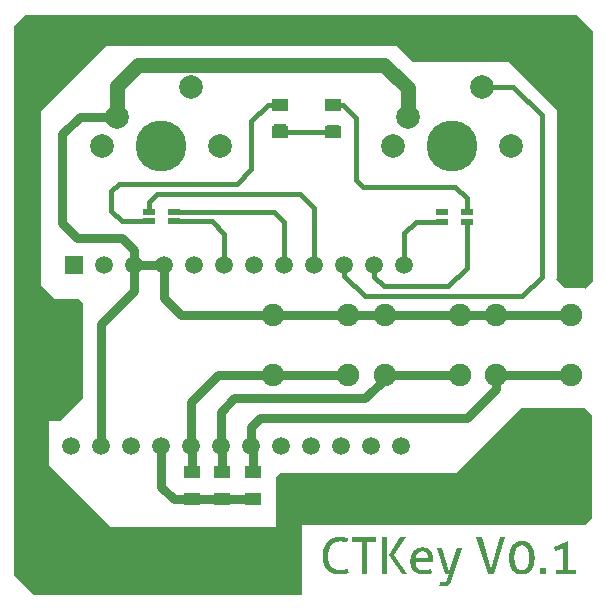
<source format=gtl>
G04 Layer_Physical_Order=1*
G04 Layer_Color=255*
%FSLAX24Y24*%
%MOIN*%
G70*
G01*
G75*
%ADD10R,0.0550X0.0394*%
%ADD11R,0.0394X0.0197*%
%ADD12C,0.0150*%
%ADD13C,0.0300*%
%ADD14C,0.0500*%
%ADD15C,0.0787*%
%ADD16C,0.0750*%
%ADD17C,0.0598*%
%ADD18R,0.0598X0.0598*%
%ADD19R,0.0394X0.0394*%
%ADD20R,0.0315X0.0197*%
%ADD21C,0.1700*%
G36*
X13174Y2097D02*
X13178D01*
X13190Y2095D01*
X13208D01*
X13227Y2093D01*
X12842Y1511D01*
X13276Y880D01*
X13272D01*
X13258Y878D01*
X13243D01*
X13223Y876D01*
X13208D01*
X13192Y874D01*
X13147D01*
X13130Y876D01*
X13126D01*
X13114Y878D01*
X13098D01*
X13081Y880D01*
X12651Y1495D01*
X13040Y2093D01*
X13044D01*
X13055Y2095D01*
X13069D01*
X13087Y2097D01*
X13090D01*
X13100Y2099D01*
X13157D01*
X13174Y2097D01*
D02*
G37*
G36*
X15702D02*
X15706D01*
X15717Y2095D01*
X15733D01*
X15750Y2093D01*
X16057Y1054D01*
X16364Y2093D01*
X16372D01*
X16381Y2095D01*
X16407D01*
X16422Y2097D01*
X16485D01*
X16502Y2095D01*
X16532D01*
X16547Y2093D01*
X16153Y880D01*
X16149D01*
X16139Y878D01*
X16123D01*
X16104Y876D01*
X16088D01*
X16071Y874D01*
X16022D01*
X16002Y876D01*
X15998D01*
X15987Y878D01*
X15971D01*
X15954Y880D01*
X15561Y2093D01*
X15565D01*
X15573Y2095D01*
X15586D01*
X15604Y2097D01*
X15608D01*
X15622Y2099D01*
X15684D01*
X15702Y2097D01*
D02*
G37*
G36*
X17844Y1073D02*
X17848D01*
X17860Y1071D01*
X17875Y1069D01*
X17893Y1067D01*
Y1066D01*
Y1064D01*
X17895Y1054D01*
Y1038D01*
X17897Y1021D01*
Y1019D01*
Y1017D01*
X17899Y1007D01*
X17901Y991D01*
Y974D01*
Y972D01*
Y970D01*
Y960D01*
X17899Y944D01*
X17897Y927D01*
Y925D01*
Y923D01*
X17895Y913D01*
Y898D01*
X17893Y880D01*
X17889D01*
X17877Y878D01*
X17862D01*
X17844Y876D01*
X17830D01*
X17817Y874D01*
X17770D01*
X17752Y876D01*
X17748D01*
X17739Y878D01*
X17723D01*
X17705Y880D01*
Y882D01*
Y884D01*
X17703Y894D01*
X17701Y909D01*
X17698Y925D01*
Y927D01*
Y929D01*
Y941D01*
X17696Y954D01*
Y972D01*
Y974D01*
Y976D01*
Y987D01*
Y1001D01*
X17698Y1019D01*
Y1021D01*
Y1023D01*
X17700Y1034D01*
X17703Y1050D01*
X17705Y1067D01*
X17709D01*
X17719Y1069D01*
X17735Y1071D01*
X17750Y1073D01*
X17754D01*
X17766Y1075D01*
X17826D01*
X17844Y1073D01*
D02*
G37*
G36*
X13815Y1763D02*
X13836Y1761D01*
X13862Y1757D01*
X13887Y1751D01*
X13915Y1743D01*
X13940Y1733D01*
X13944Y1732D01*
X13952Y1728D01*
X13963Y1722D01*
X13979Y1712D01*
X13999Y1700D01*
X14016Y1687D01*
X14036Y1671D01*
X14053Y1651D01*
X14055Y1649D01*
X14061Y1642D01*
X14069Y1630D01*
X14079Y1616D01*
X14090Y1597D01*
X14102Y1575D01*
X14112Y1552D01*
X14122Y1524D01*
X14124Y1521D01*
X14126Y1511D01*
X14129Y1497D01*
X14135Y1478D01*
X14139Y1452D01*
X14143Y1425D01*
X14145Y1396D01*
X14147Y1364D01*
Y1362D01*
Y1360D01*
Y1349D01*
Y1333D01*
X14145Y1314D01*
Y1312D01*
Y1310D01*
X14143Y1298D01*
Y1284D01*
X14141Y1271D01*
X13553D01*
Y1269D01*
Y1265D01*
Y1257D01*
X13555Y1247D01*
Y1235D01*
X13557Y1222D01*
X13563Y1191D01*
X13573Y1157D01*
X13585Y1122D01*
X13602Y1089D01*
X13626Y1062D01*
X13629Y1060D01*
X13639Y1052D01*
X13655Y1042D01*
X13678Y1030D01*
X13708Y1017D01*
X13743Y1007D01*
X13784Y999D01*
X13833Y997D01*
X13852D01*
X13864Y999D01*
X13876D01*
X13907Y1003D01*
X13940Y1007D01*
X13979Y1015D01*
X14020Y1026D01*
X14061Y1040D01*
Y1038D01*
X14063Y1036D01*
X14065Y1030D01*
X14069Y1023D01*
X14077Y1003D01*
X14083Y978D01*
Y976D01*
X14085Y972D01*
Y964D01*
X14086Y954D01*
X14090Y931D01*
X14092Y905D01*
X14090D01*
X14083Y901D01*
X14071Y898D01*
X14057Y892D01*
X14038Y888D01*
X14018Y882D01*
X13995Y876D01*
X13969Y872D01*
X13965D01*
X13958Y870D01*
X13944Y868D01*
X13926Y866D01*
X13905Y864D01*
X13879Y862D01*
X13852Y860D01*
X13803D01*
X13780Y862D01*
X13753Y864D01*
X13721Y868D01*
X13686Y874D01*
X13653Y882D01*
X13620Y892D01*
X13616Y894D01*
X13606Y898D01*
X13590Y905D01*
X13571Y915D01*
X13549Y929D01*
X13526Y944D01*
X13503Y962D01*
X13481Y984D01*
X13479Y985D01*
X13471Y995D01*
X13462Y1007D01*
X13450Y1025D01*
X13438Y1044D01*
X13424Y1069D01*
X13413Y1097D01*
X13401Y1126D01*
X13399Y1130D01*
X13397Y1140D01*
X13393Y1157D01*
X13389Y1179D01*
X13383Y1206D01*
X13379Y1237D01*
X13378Y1271D01*
X13376Y1306D01*
Y1308D01*
Y1310D01*
Y1321D01*
X13378Y1341D01*
X13379Y1364D01*
X13381Y1392D01*
X13385Y1423D01*
X13391Y1454D01*
X13399Y1485D01*
Y1487D01*
X13401Y1489D01*
X13403Y1499D01*
X13411Y1515D01*
X13419Y1534D01*
X13428Y1558D01*
X13442Y1581D01*
X13458Y1607D01*
X13475Y1630D01*
X13477Y1632D01*
X13485Y1640D01*
X13495Y1651D01*
X13510Y1665D01*
X13528Y1681D01*
X13549Y1698D01*
X13575Y1714D01*
X13602Y1728D01*
X13606Y1730D01*
X13616Y1733D01*
X13631Y1739D01*
X13653Y1747D01*
X13680Y1753D01*
X13712Y1759D01*
X13747Y1763D01*
X13784Y1765D01*
X13799D01*
X13815Y1763D01*
D02*
G37*
G36*
X17131Y1981D02*
X17157Y1978D01*
X17186Y1974D01*
X17217Y1966D01*
X17248Y1954D01*
X17280Y1940D01*
X17284Y1939D01*
X17293Y1933D01*
X17307Y1923D01*
X17327Y1911D01*
X17348Y1894D01*
X17369Y1874D01*
X17391Y1851D01*
X17412Y1823D01*
X17414Y1819D01*
X17420Y1810D01*
X17430Y1794D01*
X17442Y1773D01*
X17455Y1747D01*
X17467Y1718D01*
X17481Y1683D01*
X17491Y1646D01*
Y1644D01*
X17493Y1642D01*
Y1636D01*
X17494Y1628D01*
X17498Y1607D01*
X17504Y1579D01*
X17510Y1546D01*
X17514Y1509D01*
X17516Y1466D01*
X17518Y1421D01*
Y1419D01*
Y1415D01*
Y1409D01*
Y1401D01*
Y1390D01*
X17516Y1378D01*
X17514Y1347D01*
X17512Y1312D01*
X17506Y1275D01*
X17500Y1235D01*
X17491Y1194D01*
Y1192D01*
X17489Y1191D01*
Y1185D01*
X17487Y1177D01*
X17479Y1157D01*
X17471Y1134D01*
X17459Y1107D01*
X17446Y1075D01*
X17430Y1046D01*
X17410Y1017D01*
X17409Y1013D01*
X17401Y1005D01*
X17389Y991D01*
X17373Y974D01*
X17354Y956D01*
X17332Y937D01*
X17305Y919D01*
X17276Y901D01*
X17272Y900D01*
X17262Y896D01*
X17244Y888D01*
X17223Y882D01*
X17196Y874D01*
X17164Y866D01*
X17129Y862D01*
X17090Y860D01*
X17073D01*
X17051Y862D01*
X17026Y866D01*
X16996Y870D01*
X16965Y878D01*
X16934Y888D01*
X16903Y901D01*
X16899Y903D01*
X16889Y909D01*
X16875Y919D01*
X16858Y931D01*
X16836Y948D01*
X16815Y968D01*
X16793Y991D01*
X16772Y1017D01*
X16770Y1021D01*
X16764Y1030D01*
X16754Y1046D01*
X16743Y1067D01*
X16729Y1093D01*
X16715Y1122D01*
X16704Y1157D01*
X16692Y1194D01*
Y1196D01*
X16690Y1198D01*
Y1204D01*
X16688Y1212D01*
X16684Y1233D01*
X16680Y1263D01*
X16674Y1296D01*
X16670Y1335D01*
X16668Y1376D01*
X16666Y1421D01*
Y1423D01*
Y1427D01*
Y1433D01*
Y1442D01*
Y1452D01*
X16668Y1466D01*
X16670Y1495D01*
X16672Y1530D01*
X16678Y1567D01*
X16684Y1607D01*
X16692Y1646D01*
Y1648D01*
X16694Y1649D01*
X16696Y1655D01*
X16698Y1663D01*
X16704Y1683D01*
X16711Y1706D01*
X16723Y1735D01*
X16737Y1765D01*
X16754Y1794D01*
X16772Y1823D01*
X16774Y1827D01*
X16782Y1835D01*
X16793Y1849D01*
X16809Y1866D01*
X16829Y1886D01*
X16852Y1905D01*
X16877Y1923D01*
X16907Y1940D01*
X16911Y1942D01*
X16920Y1946D01*
X16938Y1954D01*
X16959Y1962D01*
X16987Y1970D01*
X17018Y1978D01*
X17053Y1981D01*
X17092Y1983D01*
X17110D01*
X17131Y1981D01*
D02*
G37*
G36*
X12557Y2097D02*
X12561D01*
X12571Y2095D01*
X12585D01*
X12600Y2093D01*
Y880D01*
X12596D01*
X12587Y878D01*
X12573D01*
X12557Y876D01*
X12544D01*
X12530Y874D01*
X12485D01*
X12467Y876D01*
X12464D01*
X12454Y878D01*
X12442D01*
X12428Y880D01*
Y2093D01*
X12432D01*
X12440Y2095D01*
X12454D01*
X12469Y2097D01*
X12473D01*
X12483Y2099D01*
X12542D01*
X12557Y2097D01*
D02*
G37*
G36*
X12237Y2089D02*
X12239Y2081D01*
X12241Y2069D01*
X12243Y2056D01*
Y2052D01*
X12245Y2044D01*
Y2034D01*
Y2021D01*
Y2017D01*
Y2009D01*
Y1995D01*
X12243Y1980D01*
Y1976D01*
X12241Y1968D01*
X12239Y1954D01*
X12237Y1942D01*
X11923D01*
Y880D01*
X11917D01*
X11907Y878D01*
X11885D01*
X11870Y876D01*
X11809D01*
X11782Y878D01*
X11751Y880D01*
Y1942D01*
X11434D01*
Y1944D01*
X11432Y1952D01*
X11430Y1964D01*
X11428Y1978D01*
Y1980D01*
Y1981D01*
Y1991D01*
Y2005D01*
Y2019D01*
Y2023D01*
Y2030D01*
Y2042D01*
Y2056D01*
Y2060D01*
X11430Y2067D01*
X11432Y2079D01*
X11434Y2093D01*
X12237D01*
Y2089D01*
D02*
G37*
G36*
X18570Y19520D02*
X18910D01*
X19470Y18960D01*
X19450Y10620D01*
X19210Y10380D01*
X19190Y10400D01*
X18520D01*
X18220Y10700D01*
X18250Y10730D01*
Y16350D01*
X16660Y17940D01*
X13450D01*
X12920Y18470D01*
X3230D01*
X1070Y16310D01*
Y10520D01*
X1540Y10050D01*
X2300D01*
X2450Y9900D01*
Y9840D01*
Y6730D01*
X1690Y5970D01*
X1340D01*
Y4520D01*
X1320Y4500D01*
X3370Y2450D01*
X8910D01*
Y4120D01*
X9020Y4230D01*
X14900D01*
X17090Y6420D01*
X19200D01*
X19430Y6190D01*
Y2750D01*
X19190Y2510D01*
X9760D01*
Y1780D01*
Y1570D01*
Y160D01*
X840D01*
X180Y820D01*
Y19130D01*
X570Y19520D01*
X18570Y19520D01*
D02*
G37*
G36*
X11067Y2110D02*
X11093Y2108D01*
X11120Y2106D01*
X11147Y2103D01*
X11175Y2099D01*
X11178D01*
X11186Y2097D01*
X11200Y2093D01*
X11218Y2089D01*
X11235Y2085D01*
X11257Y2079D01*
X11300Y2067D01*
Y2065D01*
Y2062D01*
X11298Y2054D01*
X11296Y2044D01*
X11292Y2021D01*
X11284Y1995D01*
Y1993D01*
X11282Y1989D01*
X11280Y1983D01*
X11278Y1974D01*
X11268Y1952D01*
X11259Y1925D01*
X11257D01*
X11255Y1927D01*
X11243Y1931D01*
X11227Y1937D01*
X11210Y1940D01*
X11208D01*
X11206Y1942D01*
X11194Y1944D01*
X11178Y1948D01*
X11159Y1952D01*
X11157D01*
X11155Y1954D01*
X11149D01*
X11141Y1956D01*
X11122Y1958D01*
X11098Y1960D01*
X11087D01*
X11077Y1962D01*
X11007D01*
X10995Y1960D01*
X10979Y1958D01*
X10960Y1956D01*
X10940Y1952D01*
X10919Y1946D01*
X10874Y1931D01*
X10850Y1921D01*
X10825Y1909D01*
X10802Y1896D01*
X10780Y1878D01*
X10757Y1858D01*
X10737Y1837D01*
X10735Y1835D01*
X10733Y1831D01*
X10727Y1823D01*
X10721Y1814D01*
X10714Y1802D01*
X10706Y1784D01*
X10696Y1767D01*
X10686Y1745D01*
X10677Y1722D01*
X10667Y1694D01*
X10659Y1665D01*
X10651Y1632D01*
X10645Y1599D01*
X10639Y1560D01*
X10637Y1521D01*
X10636Y1478D01*
Y1476D01*
Y1472D01*
Y1466D01*
Y1458D01*
X10637Y1435D01*
X10639Y1407D01*
X10643Y1374D01*
X10647Y1341D01*
X10655Y1306D01*
X10665Y1271D01*
X10667Y1267D01*
X10671Y1257D01*
X10677Y1239D01*
X10686Y1220D01*
X10698Y1196D01*
X10712Y1171D01*
X10727Y1148D01*
X10745Y1124D01*
X10747Y1122D01*
X10755Y1114D01*
X10766Y1105D01*
X10780Y1093D01*
X10800Y1079D01*
X10819Y1064D01*
X10845Y1050D01*
X10870Y1038D01*
X10874Y1036D01*
X10884Y1034D01*
X10899Y1030D01*
X10919Y1025D01*
X10942Y1019D01*
X10971Y1015D01*
X11003Y1013D01*
X11036Y1011D01*
X11061D01*
X11079Y1013D01*
X11098D01*
X11120Y1017D01*
X11163Y1023D01*
X11165D01*
X11173Y1025D01*
X11184Y1028D01*
X11198Y1030D01*
X11216Y1036D01*
X11233Y1042D01*
X11272Y1056D01*
X11274Y1052D01*
X11278Y1044D01*
X11284Y1030D01*
X11292Y1011D01*
X11300Y989D01*
X11307Y966D01*
X11315Y943D01*
X11319Y917D01*
X11315Y915D01*
X11307Y911D01*
X11294Y907D01*
X11274Y900D01*
X11253Y894D01*
X11229Y886D01*
X11175Y874D01*
X11171D01*
X11161Y872D01*
X11147Y870D01*
X11128Y868D01*
X11102Y864D01*
X11075Y862D01*
X11046Y860D01*
X10993D01*
X10981Y862D01*
X10968D01*
X10936Y866D01*
X10899Y870D01*
X10860Y878D01*
X10819Y888D01*
X10778Y901D01*
X10776D01*
X10774Y903D01*
X10768Y905D01*
X10761Y909D01*
X10741Y919D01*
X10716Y933D01*
X10688Y950D01*
X10657Y972D01*
X10628Y997D01*
X10598Y1025D01*
X10595Y1028D01*
X10587Y1038D01*
X10573Y1056D01*
X10557Y1079D01*
X10540Y1107D01*
X10520Y1142D01*
X10503Y1179D01*
X10487Y1220D01*
Y1222D01*
X10485Y1226D01*
X10483Y1232D01*
X10481Y1239D01*
X10477Y1251D01*
X10475Y1265D01*
X10468Y1296D01*
X10460Y1333D01*
X10454Y1378D01*
X10450Y1425D01*
X10448Y1478D01*
Y1480D01*
Y1483D01*
Y1491D01*
Y1503D01*
X10450Y1515D01*
Y1530D01*
X10454Y1566D01*
X10458Y1607D01*
X10464Y1651D01*
X10473Y1696D01*
X10487Y1741D01*
Y1743D01*
X10489Y1747D01*
X10491Y1753D01*
X10495Y1761D01*
X10503Y1782D01*
X10516Y1810D01*
X10532Y1841D01*
X10552Y1874D01*
X10573Y1909D01*
X10598Y1940D01*
X10602Y1944D01*
X10612Y1954D01*
X10628Y1970D01*
X10649Y1987D01*
X10675Y2007D01*
X10704Y2028D01*
X10739Y2050D01*
X10776Y2067D01*
X10778D01*
X10780Y2069D01*
X10786Y2071D01*
X10796Y2075D01*
X10805Y2077D01*
X10817Y2081D01*
X10845Y2091D01*
X10880Y2099D01*
X10919Y2105D01*
X10964Y2110D01*
X11011Y2112D01*
X11044D01*
X11067Y2110D01*
D02*
G37*
G36*
X18643Y1023D02*
X18883D01*
Y1021D01*
X18885Y1017D01*
Y1009D01*
X18887Y999D01*
X18889Y976D01*
Y952D01*
Y950D01*
Y946D01*
Y939D01*
Y931D01*
X18887Y907D01*
X18883Y880D01*
X18225D01*
Y882D01*
X18223Y886D01*
Y892D01*
X18221Y901D01*
X18219Y925D01*
X18217Y952D01*
Y954D01*
Y958D01*
Y966D01*
X18219Y976D01*
X18221Y997D01*
X18225Y1023D01*
X18477D01*
Y1747D01*
X18233Y1636D01*
Y1638D01*
X18229Y1642D01*
X18225Y1648D01*
X18219Y1653D01*
X18207Y1673D01*
X18196Y1694D01*
Y1696D01*
X18194Y1700D01*
X18190Y1706D01*
X18188Y1714D01*
X18178Y1735D01*
X18168Y1761D01*
X18617Y1976D01*
X18643D01*
Y1023D01*
D02*
G37*
G36*
X15047Y1747D02*
X15079D01*
X15096Y1745D01*
X14760Y706D01*
X14758Y702D01*
X14756Y694D01*
X14752Y681D01*
X14745Y665D01*
X14739Y648D01*
X14729Y628D01*
X14721Y609D01*
X14711Y589D01*
X14709Y587D01*
X14708Y581D01*
X14702Y573D01*
X14694Y562D01*
X14676Y536D01*
X14653Y513D01*
X14651Y511D01*
X14647Y509D01*
X14641Y503D01*
X14631Y497D01*
X14610Y484D01*
X14581Y472D01*
X14579D01*
X14575Y470D01*
X14565Y468D01*
X14555Y466D01*
X14542Y464D01*
X14526Y462D01*
X14491Y460D01*
X14467D01*
X14442Y462D01*
X14413Y466D01*
X14411D01*
X14407Y468D01*
X14399D01*
X14391Y470D01*
X14370Y476D01*
X14346Y482D01*
Y484D01*
Y487D01*
Y495D01*
Y505D01*
X14348Y528D01*
X14352Y552D01*
Y554D01*
X14354Y558D01*
X14356Y564D01*
X14358Y569D01*
X14364Y589D01*
X14374Y610D01*
X14376D01*
X14385Y609D01*
X14397Y605D01*
X14415Y601D01*
X14418D01*
X14424Y599D01*
X14432D01*
X14450Y597D01*
X14471Y595D01*
X14485D01*
X14499Y597D01*
X14512Y599D01*
X14516D01*
X14524Y603D01*
X14536Y609D01*
X14547Y616D01*
X14551Y618D01*
X14557Y626D01*
X14569Y636D01*
X14579Y652D01*
Y653D01*
X14581Y655D01*
X14584Y661D01*
X14588Y669D01*
X14598Y689D01*
X14608Y716D01*
X14661Y880D01*
X14624D01*
X14614Y878D01*
X14583D01*
X14569Y880D01*
X14540D01*
X14252Y1745D01*
X14256D01*
X14266Y1747D01*
X14301D01*
X14311Y1749D01*
X14372D01*
X14389Y1747D01*
X14420D01*
X14436Y1745D01*
X14676Y941D01*
X14924Y1745D01*
X14930D01*
X14938Y1747D01*
X14959D01*
X14973Y1749D01*
X15032D01*
X15047Y1747D01*
D02*
G37*
%LPC*%
G36*
X13797Y1632D02*
X13760D01*
X13743Y1628D01*
X13719Y1624D01*
X13694Y1616D01*
X13669Y1607D01*
X13643Y1591D01*
X13620Y1569D01*
X13618Y1567D01*
X13612Y1558D01*
X13602Y1544D01*
X13590Y1524D01*
X13579Y1499D01*
X13569Y1470D01*
X13559Y1435D01*
X13553Y1396D01*
X13981D01*
Y1398D01*
Y1403D01*
Y1413D01*
X13979Y1425D01*
X13977Y1439D01*
X13975Y1454D01*
X13967Y1485D01*
Y1487D01*
X13965Y1493D01*
X13961Y1501D01*
X13958Y1511D01*
X13946Y1534D01*
X13930Y1560D01*
X13928Y1562D01*
X13926Y1566D01*
X13920Y1571D01*
X13915Y1579D01*
X13893Y1597D01*
X13868Y1612D01*
X13866D01*
X13862Y1616D01*
X13854Y1618D01*
X13842Y1622D01*
X13829Y1626D01*
X13815Y1628D01*
X13797Y1632D01*
D02*
G37*
G36*
X17092Y1835D02*
X17080D01*
X17073Y1833D01*
X17051Y1829D01*
X17026Y1821D01*
X16996Y1810D01*
X16965Y1792D01*
X16950Y1780D01*
X16936Y1767D01*
X16922Y1749D01*
X16909Y1732D01*
Y1730D01*
X16907Y1728D01*
X16903Y1722D01*
X16899Y1712D01*
X16893Y1702D01*
X16889Y1689D01*
X16883Y1673D01*
X16877Y1655D01*
X16870Y1634D01*
X16864Y1610D01*
X16860Y1585D01*
X16854Y1558D01*
X16850Y1526D01*
X16846Y1495D01*
X16844Y1458D01*
Y1421D01*
Y1419D01*
Y1411D01*
Y1401D01*
X16846Y1386D01*
Y1370D01*
X16848Y1349D01*
X16850Y1327D01*
X16852Y1304D01*
X16860Y1253D01*
X16871Y1200D01*
X16887Y1151D01*
X16897Y1130D01*
X16909Y1108D01*
Y1107D01*
X16912Y1105D01*
X16920Y1093D01*
X16936Y1077D01*
X16957Y1058D01*
X16983Y1038D01*
X17014Y1023D01*
X17051Y1011D01*
X17071Y1009D01*
X17092Y1007D01*
X17104D01*
X17112Y1009D01*
X17131Y1013D01*
X17159Y1021D01*
X17186Y1032D01*
X17217Y1050D01*
X17231Y1062D01*
X17246Y1075D01*
X17260Y1091D01*
X17272Y1108D01*
Y1110D01*
X17274Y1114D01*
X17278Y1120D01*
X17282Y1128D01*
X17287Y1140D01*
X17291Y1151D01*
X17297Y1169D01*
X17305Y1187D01*
X17311Y1208D01*
X17317Y1230D01*
X17321Y1257D01*
X17327Y1284D01*
X17330Y1316D01*
X17334Y1347D01*
X17336Y1384D01*
Y1421D01*
Y1423D01*
Y1431D01*
Y1441D01*
Y1456D01*
X17334Y1472D01*
X17332Y1493D01*
X17330Y1515D01*
X17328Y1538D01*
X17321Y1589D01*
X17309Y1640D01*
X17293Y1689D01*
X17284Y1712D01*
X17272Y1732D01*
Y1733D01*
X17268Y1735D01*
X17260Y1747D01*
X17244Y1765D01*
X17225Y1784D01*
X17200Y1802D01*
X17168Y1819D01*
X17133Y1831D01*
X17114Y1833D01*
X17092Y1835D01*
D02*
G37*
%LPD*%
D10*
X10790Y15600D02*
D03*
Y16500D02*
D03*
X9040Y15610D02*
D03*
Y16510D02*
D03*
X8120Y3360D02*
D03*
Y4260D02*
D03*
X7090Y3390D02*
D03*
Y4290D02*
D03*
X6090Y3360D02*
D03*
Y4260D02*
D03*
D11*
X4663Y12630D02*
D03*
X5490D02*
D03*
X4663Y12945D02*
D03*
X5490D02*
D03*
X15250Y12938D02*
D03*
X14423D02*
D03*
X15250Y12623D02*
D03*
X14423D02*
D03*
D12*
X10780Y15610D02*
X10790Y15600D01*
X3760Y12630D02*
X4663D01*
X3410Y12980D02*
X3760Y12630D01*
X3410Y12980D02*
Y13630D01*
X3670Y13890D01*
X8080Y15970D02*
X8620Y16510D01*
X9040D01*
X4663Y12945D02*
Y13263D01*
X4940Y13540D01*
X5490Y12630D02*
X6760D01*
X7170Y12220D01*
Y11180D02*
Y12220D01*
X4940Y13540D02*
X9710D01*
X10170Y13080D01*
Y11180D02*
Y13080D01*
X5490Y12945D02*
X8835D01*
X9170Y12610D01*
Y11180D02*
Y12610D01*
X13553Y12623D02*
X14423D01*
X13170Y12240D02*
X13553Y12623D01*
X13170Y11180D02*
Y12240D01*
X12170Y10790D02*
X12490Y10470D01*
X12170Y10790D02*
Y11180D01*
X12490Y10470D02*
X14640D01*
X15250Y11080D01*
Y12623D01*
X11140Y16500D02*
X11560Y16080D01*
X10790Y16500D02*
X11140D01*
X11560Y14010D02*
Y16080D01*
X3670Y13890D02*
X7590D01*
X8080Y14380D01*
Y15970D01*
X11560Y14010D02*
X11790Y13780D01*
X15250Y12938D02*
Y13400D01*
X11790Y13780D02*
X14870D01*
X15250Y13400D01*
X11170Y10810D02*
Y11180D01*
Y10810D02*
X11850Y10130D01*
X17100D01*
X17750Y10780D01*
Y16160D01*
X16810Y17100D02*
X17750Y16160D01*
X15750Y17100D02*
X16810D01*
X9040Y15610D02*
X10780D01*
D13*
X6090Y4260D02*
Y5110D01*
X6070Y5130D02*
X6090Y5110D01*
X6070Y5130D02*
Y6620D01*
X6970Y7520D01*
X8810D01*
X11310D01*
X7090Y4290D02*
Y5110D01*
X7070Y5130D02*
X7090Y5110D01*
X7070Y5130D02*
Y6290D01*
X7510Y6730D01*
X11880D01*
X12530Y7380D01*
Y7520D01*
X15030D01*
X8120Y4260D02*
Y5080D01*
X8070Y5130D02*
X8120Y5080D01*
X8070Y5130D02*
Y5770D01*
X8380Y6080D01*
X15270D01*
X16230Y7040D01*
Y7520D01*
X18730D01*
X11310Y9520D02*
X12530D01*
X15030D01*
X16230D02*
X18730D01*
X15030D02*
X16230D01*
X8810D02*
X11310D01*
X5740D02*
X8810D01*
X5170Y10090D02*
Y11180D01*
X4170D02*
X5170D01*
X4170Y10300D02*
Y11180D01*
X3070Y5130D02*
Y9200D01*
X2366Y16116D02*
X3589D01*
X1780Y15530D02*
X2366Y16116D01*
X1780Y12560D02*
Y15530D01*
Y12560D02*
X2270Y12070D01*
X3780D01*
X4170Y11680D01*
Y11180D02*
Y11680D01*
X5490Y3360D02*
X6090D01*
X5070Y3780D02*
X5490Y3360D01*
X5170Y10090D02*
X5740Y9520D01*
X3070Y9200D02*
X4170Y10300D01*
X5070Y3780D02*
Y5130D01*
X6090Y3360D02*
X8120D01*
D14*
X13289Y16116D02*
Y17061D01*
X12506Y17844D02*
X13289Y17061D01*
X4284Y17844D02*
X12506D01*
X3589Y17149D02*
X4284Y17844D01*
X3589Y16116D02*
Y17149D01*
D15*
Y16116D02*
D03*
X6050Y17100D02*
D03*
X13289Y16116D02*
D03*
X15750Y17100D02*
D03*
X7034Y15131D02*
D03*
X3097D02*
D03*
X16734D02*
D03*
X12797D02*
D03*
D16*
X18730Y7520D02*
D03*
X16230Y9520D02*
D03*
Y7520D02*
D03*
X18730Y9520D02*
D03*
X15030Y7520D02*
D03*
X12530Y9520D02*
D03*
Y7520D02*
D03*
X15030Y9520D02*
D03*
X11310Y7520D02*
D03*
X8810Y9520D02*
D03*
Y7520D02*
D03*
X11310Y9520D02*
D03*
D17*
X2070Y5130D02*
D03*
X3070D02*
D03*
X4070D02*
D03*
X5070D02*
D03*
X6070D02*
D03*
X7070D02*
D03*
X8070D02*
D03*
X9070D02*
D03*
X10070D02*
D03*
X11070D02*
D03*
X12070D02*
D03*
X13070D02*
D03*
X3170Y11180D02*
D03*
X4170D02*
D03*
X5170D02*
D03*
X6170D02*
D03*
X7170D02*
D03*
X8170D02*
D03*
X9170D02*
D03*
X10170D02*
D03*
X11170D02*
D03*
X12170D02*
D03*
X13170D02*
D03*
D18*
X2170D02*
D03*
D19*
X10790Y15656D02*
D03*
X9040Y15676D02*
D03*
D20*
X14423Y12938D02*
D03*
D21*
X5066Y15131D02*
D03*
X14766D02*
D03*
M02*

</source>
